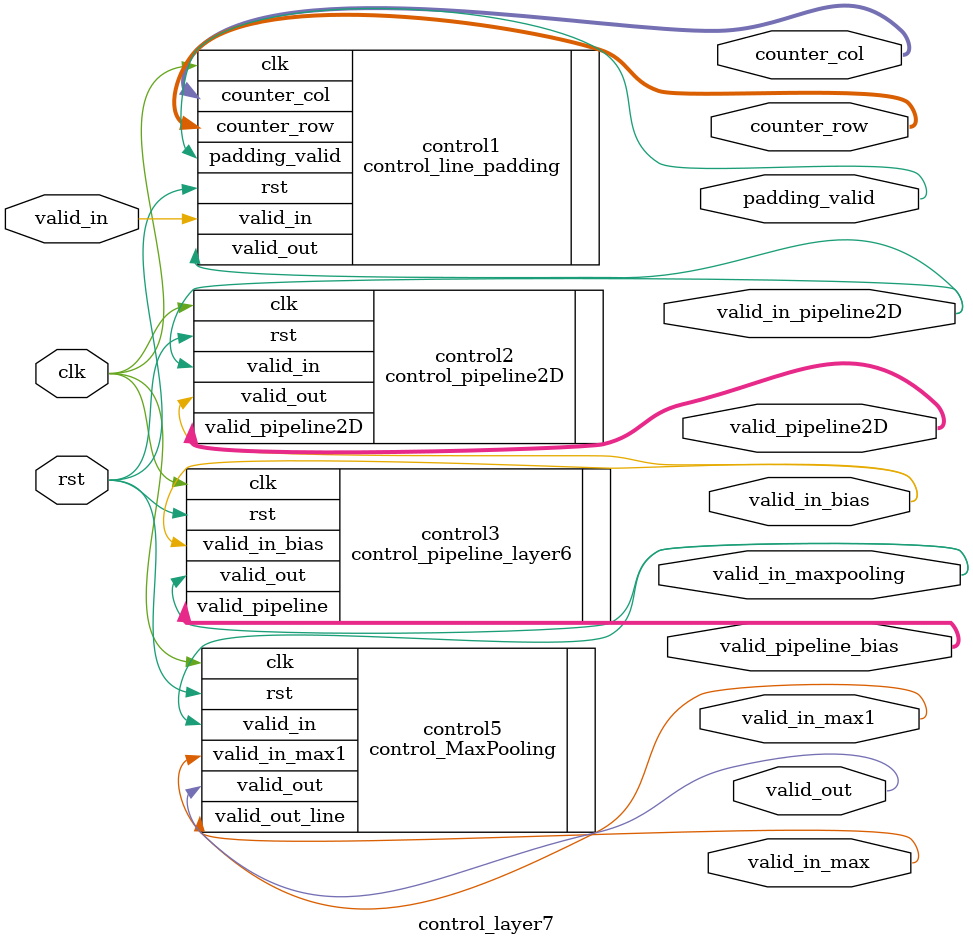
<source format=v>
module control_layer7#(
    parameter WIDTH = 5
)(
    input  clk, rst, valid_in,
    output padding_valid,
    output [31:0] counter_col, counter_row,
    output valid_in_pipeline2D,
    output [3:0] valid_pipeline2D,
    output valid_in_bias,
    output [5:0] valid_pipeline_bias,
    output valid_in_maxpooling, valid_in_max, valid_in_max1,
    output  valid_out
);

    control_line_padding#(
      .WIDTH(WIDTH)
    )control1 (
      .valid_in(valid_in), 
      .clk(clk), 
      .rst(rst),
      .padding_valid(padding_valid),
      .valid_out(valid_in_pipeline2D),
      .counter_col(counter_col),
      .counter_row(counter_row)
    );   
    
    control_pipeline2D control2(
    .clk(clk), 
    .rst(rst), 
    .valid_in(valid_in_pipeline2D),
    .valid_out(valid_in_bias), 
    .valid_pipeline2D(valid_pipeline2D)
    );
    
    control_pipeline_layer6 control3(
    .valid_in_bias(valid_in_bias), 
    .clk(clk), 
    .rst(rst),
    .valid_out(valid_in_maxpooling), 
    .valid_pipeline(valid_pipeline_bias)
    );  
    
   control_MaxPooling#(
    .WIDTH(WIDTH)
    )control5(
    .clk(clk), 
    .rst(rst), 
    .valid_in(valid_in_maxpooling),
    .valid_out_line(valid_in_max), 
    .valid_in_max1(valid_in_max1), 
    .valid_out(valid_out)
);


endmodule









</source>
